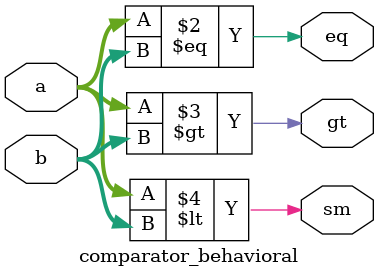
<source format=v>
module comparator_behavioral(eq,gt,sm,a,b);

input [3:0]a,b;
output reg eq,gt,sm;

always @(*) begin
    eq = (a == b);
    gt = (a > b);
    sm = (a < b);
end
endmodule
</source>
